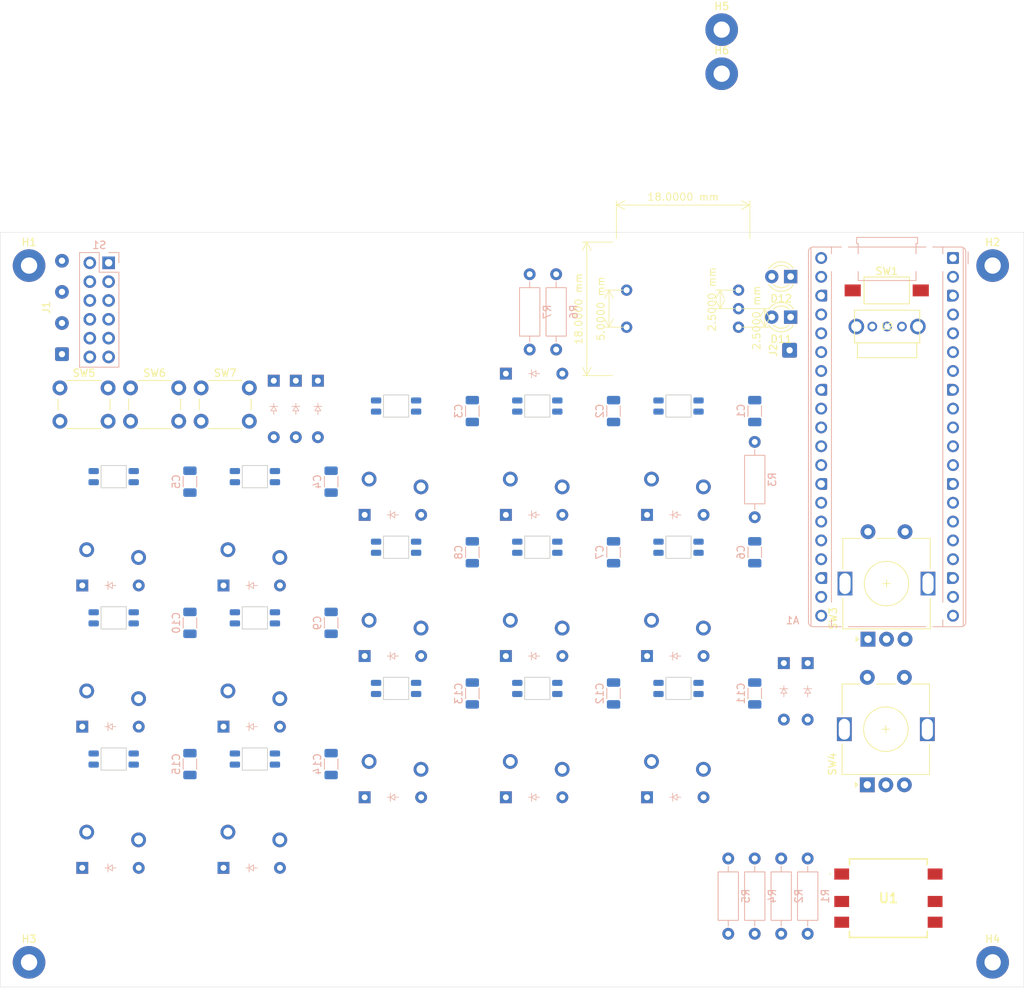
<source format=kicad_pcb>
(kicad_pcb (version 20241229) (generator "pcbnew") (generator_version "9.0")
  (layers (0 "F.Cu" signal) (2 "B.Cu" signal) (13 "F.Paste" user) (15 "B.Paste" user) (5 "F.SilkS" user "F.Silkscreen") (7 "B.SilkS" user "B.Silkscreen") (1 "F.Mask" user) (3 "B.Mask" user) (25 "Edge.Cuts" user))
  (net 0 "")
  (net 1 "SCR A")
  (net 2 "+5V")
  (net 3 "COL1")
  (net 4 "ROW0")
  (net 5 "B1")
  (net 6 "SCL")
  (net 7 "ENC SW")
  (net 8 "COL3")
  (net 9 "SDA")
  (net 10 "BUTTONS")
  (net 11 "A1")
  (net 13 "COL0")
  (net 14 "SCR B")
  (net 15 "COL2")
  (net 16 "A2")
  (net 17 "5-WAY NAV")
  (net 18 "BACKLIGHT")
  (net 19 "B2")
  (net 20 "Net-(A1-RUN)")
  (net 21 "COL4")
  (net 22 "Net-(D4-DIN)")
  (net 23 "DP4T 1")
  (net 24 "DP4T 2")
  (net 25 "LED 2")
  (net 26 "LED 1")
  (net 27 "Net-(D1-DOUT)")
  (net 28 "Net-(D1-DIN)")
  (net 29 "Net-(D2-DOUT)")
  (net 30 "Net-(D6-DOUT)")
  (net 31 "Net-(D3-DOUT)")
  (net 32 "+3.3V")
  (net 33 "Net-(D4-DOUT)")
  (net 34 "Net-(D10-DIN)")
  (net 35 "Net-(D7-DOUT)")
  (net 36 "Net-(D13-DIN)")
  (net 37 "Net-(D16-DOUT)")
  (net 38 "Net-(D10-DOUT)")
  (net 39 "Net-(D13-DOUT)")
  (net 40 "Net-(U1-NO_1)")
  (net 41 "Net-(U1-NO_2)")
  (net 42 "Net-(U1-NO_4)")
  (net 43 "Net-(U1-CENTER)")
  (net 47 "Net-(D11-A)")
  (net 48 "Net-(D12-A)")
  (net 49 "Net-(D14-DOUT)")
  (net 50 "Net-(D15-DOUT)")
  (net 51 "Net-(D18-A)")
  (net 52 "Net-(D20-A)")
  (net 53 "Net-(D21-A)")
  (net 54 "Net-(D22-A)")
  (net 55 "Net-(D23-A)")
  (net 56 "Net-(D25-A)")
  (net 57 "Net-(D26-A)")
  (net 58 "Net-(D27-A)")
  (net 59 "Net-(D28-A)")
  (net 60 "Net-(D24-A)")
  (net 61 "Net-(D29-A)")
  (net 62 "Net-(D30-A)")
  (net 63 "Net-(D31-A)")
  (net 64 "Net-(D32-A)")
  (net 65 "Net-(D19-A)")
  (net 71 "GND")
  (net 72 "ROW2")
  (net 73 "ROW1")
  (net 75 "Net-(J2-Pin_1)")
  (net 77 "Net-(D36-A)")
  (net 84 "Net-(D33-A)")
  (net 85 "Net-(D34-A)")
  (net 86 "Net-(D35-A)")
  (net 87 "Net-(D37-A)")
  (net 89 "Net-(D38-A)")
  (footprint "MountingHole:MountingHole_2.2mm_M2_Pad" (layer "F.Cu") (at 116.409482 146.094678)
    (property "Reference" "H3" (at 0 -3.15 0) (layer "F.SilkS"))
    (property "Value" "Pad")
    (pad "1" thru_hole circle (at 0 0) (size 4.4 4.4) (drill 2.2) (layers "*.Cu" "*.Mask"))
  )
  (footprint "Button_Switch_THT:SW_PUSH_6mm" (layer "F.Cu") (at 130.100112 68.592247)
    (property "Reference" "SW6" (at 3.25 -2 0) (layer "F.SilkS"))
    (property "Value" "Soft_Push")
    (pad "1" thru_hole circle (at 0 0 90) (size 2 2) (drill 1.1) (layers "*.Cu" "*.Mask") (net 72 "ROW2"))
    (pad "1" thru_hole circle (at 6.5 0 90) (size 2 2) (drill 1.1) (layers "*.Cu" "*.Mask") (net 72 "ROW2"))
    (pad "2" thru_hole circle (at 0 4.5 90) (size 2 2) (drill 1.1) (layers "*.Cu" "*.Mask") (net 87 "Net-(D37-A)"))
    (pad "2" thru_hole circle (at 6.5 4.5 90) (size 2 2) (drill 1.1) (layers "*.Cu" "*.Mask") (net 87 "Net-(D37-A)"))
  )
  (footprint "Button_Switch_THT:SW_PUSH_6mm" (layer "F.Cu") (at 139.62512 68.592247)
    (property "Reference" "SW7" (at 3.25 -2 0) (layer "F.SilkS"))
    (property "Value" "Soft_Push")
    (pad "1" thru_hole circle (at 0 0 90) (size 2 2) (drill 1.1) (layers "*.Cu" "*.Mask") (net 72 "ROW2"))
    (pad "1" thru_hole circle (at 6.5 0 90) (size 2 2) (drill 1.1) (layers "*.Cu" "*.Mask") (net 72 "ROW2"))
    (pad "2" thru_hole circle (at 0 4.5 90) (size 2 2) (drill 1.1) (layers "*.Cu" "*.Mask") (net 89 "Net-(D38-A)"))
    (pad "2" thru_hole circle (at 6.5 4.5 90) (size 2 2) (drill 1.1) (layers "*.Cu" "*.Mask") (net 89 "Net-(D38-A)"))
  )
  (footprint "macropad_components:SW_KS33_1u" (layer "F.Cu") (at 185.7375 76.2)
    (property "Reference" "MX2" (hide yes))
    (property "Value" "KS33_SW_solder")
    (pad "" np_thru_hole circle (at 0 0 180) (size 5.25 5.25) (drill 5.25) (layers "*.Cu" "*.Mask"))
    (pad "1" thru_hole circle (at -4.4 4.7 180) (size 2 2) (drill 1.2) (layers "*.Cu" "B.Mask") (net 3 "COL1"))
    (pad "2" thru_hole circle (at 2.6 5.75 180) (size 2 2) (drill 1.2) (layers "*.Cu" "B.Mask") (net 65 "Net-(D19-A)"))
  )
  (footprint "macropad_components:MUAS90R" (layer "F.Cu") (at 232.345138 137.435119)
    (property "Reference" "U1" (at 0 0 0) (layer "F.SilkS") (effects (font (size 1.27 1.27) (thickness 0.254))))
    (property "Value" "5-Way Nav" (hide yes))
    (pad "" np_thru_hole circle (at -2.25 2.25) (size 1 1) (drill 1) (layers "*.Cu" "*.Mask"))
    (pad "" np_thru_hole circle (at 2.25 2.25) (size 1 1) (drill 1) (layers "*.Cu" "*.Mask"))
    (pad "A1" smd rect (at -6.3 -3.25 90) (size 1.5 2) (layers "F.Cu" "F.Mask" "F.Paste") (net 40 "Net-(U1-NO_1)"))
    (pad "B1" smd rect (at -6.3 0.45 90) (size 1.5 2) (layers "F.Cu" "F.Mask" "F.Paste") (net 41 "Net-(U1-NO_2)"))
    (pad "C1" smd rect (at -6.3 3.25 90) (size 1.5 2) (layers "F.Cu" "F.Mask" "F.Paste") (net 17 "5-WAY NAV"))
    (pad "D1" smd rect (at 6.3 3.25 90) (size 1.5 2) (layers "F.Cu" "F.Mask" "F.Paste") (net 71 "GND"))
    (pad "E1" smd rect (at 6.3 0.45 90) (size 1.5 2) (layers "F.Cu" "F.Mask" "F.Paste") (net 42 "Net-(U1-NO_4)"))
    (pad "F1" smd rect (at 6.3 -3.25 90) (size 1.5 2) (layers "F.Cu" "F.Mask" "F.Paste") (net 43 "Net-(U1-CENTER)"))
  )
  (footprint "MountingHole:MountingHole_2.2mm_M2_Pad" (layer "F.Cu") (at 246.409482 146.094678)
    (property "Reference" "H4" (at 0 -3.15 0) (layer "F.SilkS"))
    (property "Value" "Pad")
    (pad "1" thru_hole circle (at 0 0) (size 4.4 4.4) (drill 2.2) (layers "*.Cu" "*.Mask"))
  )
  (footprint "macropad_components:SW_KS33_1u" (layer "F.Cu") (at 185.7375 95.25)
    (property "Reference" "MX7" (hide yes))
    (property "Value" "KS33_SW_solder")
    (pad "" np_thru_hole circle (at 0 0 180) (size 5.25 5.25) (drill 5.25) (layers "*.Cu" "*.Mask"))
    (pad "1" thru_hole circle (at -4.4 4.7 180) (size 2 2) (drill 1.2) (layers "*.Cu" "B.Mask") (net 3 "COL1"))
    (pad "2" thru_hole circle (at 2.6 5.75 180) (size 2 2) (drill 1.2) (layers "*.Cu" "B.Mask") (net 56 "Net-(D25-A)"))
  )
  (footprint "macropad_components:SW_KS33_1u" (layer "F.Cu") (at 147.6375 123.825)
    (property "Reference" "MX14" (hide yes))
    (property "Value" "KS33_SW_solder")
    (pad "" np_thru_hole circle (at 0 0 180) (size 5.25 5.25) (drill 5.25) (layers "*.Cu" "*.Mask"))
    (pad "1" thru_hole circle (at -4.4 4.7 180) (size 2 2) (drill 1.2) (layers "*.Cu" "B.Mask") (net 8 "COL3"))
    (pad "2" thru_hole circle (at 2.6 5.75 180) (size 2 2) (drill 1.2) (layers "*.Cu" "B.Mask") (net 84 "Net-(D33-A)"))
  )
  (footprint "MountingHole:MountingHole_2.2mm_M2_Pad" (layer "F.Cu") (at 246.409482 52.094678)
    (property "Reference" "H2" (at 0 -3.15 0) (layer "F.SilkS"))
    (property "Value" "Pad")
    (pad "1" thru_hole circle (at 0 0) (size 4.4 4.4) (drill 2.2) (layers "*.Cu" "*.Mask"))
  )
  (footprint "MountingHole:MountingHole_2.2mm_M2_Pad" (layer "F.Cu") (at 116.409482 52.094678)
    (property "Reference" "H1" (at 0 -3.15 0) (layer "F.SilkS"))
    (property "Value" "Pad")
    (pad "1" thru_hole circle (at 0 0) (size 4.4 4.4) (drill 2.2) (layers "*.Cu" "*.Mask"))
  )
  (footprint "macropad_components:SK12D07VG4" (layer "F.Cu") (at 232.17207 60.317239)
    (property "Reference" "U2" (at 0 0 0) (layer "F.SilkS") (effects (font (size 0.787402 0.787402))))
    (property "Value" "ON/OFF")
    (pad "1" thru_hole circle (at -2 0) (size 1.308 1.308) (drill 0.8) (layers "*.Cu" "*.Mask"))
    (pad "2" thru_hole circle (at 2 0) (size 1.308 1.308) (drill 0.8) (layers "*.Cu" "*.Mask") (net 2 "+5V"))
    (pad "COM" thru_hole circle (at 0 0) (size 1.308 1.308) (drill 0.8) (layers "*.Cu" "*.Mask") (net 75 "Net-(J2-Pin_1)"))
    (pad "M1" thru_hole circle (at -4.15 0) (size 2.1 2.1) (drill 1.4) (layers "*.Cu" "*.Mask"))
    (pad "M2" thru_hole circle (at 4.15 0) (size 2.1 2.1) (drill 1.4) (layers "*.Cu" "*.Mask"))
  )
  (footprint "MountingHole:MountingHole_2.2mm_M2_Pad" (layer "F.Cu") (at 209.856537 26.212412)
    (property "Reference" "H6" (at 0 -3.15 0) (layer "F.SilkS"))
    (property "Value" "Pad")
    (pad "1" thru_hole circle (at 0 0) (size 4.4 4.4) (drill 2.2) (layers "*.Cu" "*.Mask"))
  )
  (footprint "macropad_components:SW_KS33_1u" (layer "F.Cu") (at 204.7875 76.200064)
    (property "Reference" "MX1" (hide yes))
    (property "Value" "KS33_SW_solder")
    (pad "" np_thru_hole circle (at 0 0 180) (size 5.25 5.25) (drill 5.25) (layers "*.Cu" "*.Mask"))
    (pad "1" thru_hole circle (at -4.4 4.7 180) (size 2 2) (drill 1.2) (layers "*.Cu" "B.Mask") (net 13 "COL0"))
    (pad "2" thru_hole circle (at 2.6 5.75 180) (size 2 2) (drill 1.2) (layers "*.Cu" "B.Mask") (net 51 "Net-(D18-A)"))
  )
  (footprint "macropad_components:SW_KS33_1u" (layer "F.Cu") (at 185.7375 114.3)
    (property "Reference" "MX12" (hide yes))
    (property "Value" "KS33_SW_solder")
    (pad "" np_thru_hole circle (at 0 0 180) (size 5.25 5.25) (drill 5.25) (layers "*.Cu" "*.Mask"))
    (pad "1" thru_hole circle (at -4.4 4.7 180) (size 2 2) (drill 1.2) (layers "*.Cu" "B.Mask") (net 3 "COL1"))
    (pad "2" thru_hole circle (at 2.6 5.75 180) (size 2 2) (drill 1.2) (layers "*.Cu" "B.Mask") (net 63 "Net-(D31-A)"))
  )
  (footprint "Rotary_Encoder:RotaryEncoder_Alps_EC11E-Switch_Vertical_H20mm" (layer "F.Cu") (at 229.5 122.145409 90)
    (property "Reference" "SW4" (at 2.8 -4.7 90) (layer "F.SilkS"))
    (property "Value" "RotaryEncoder_Switch")
    (pad "A" thru_hole rect (at 0 0 90) (size 2 2) (drill 1) (layers "*.Cu" "*.Mask") (net 16 "A2"))
    (pad "B" thru_hole circle (at 0 5 90) (size 2 2) (drill 1) (layers "*.Cu" "*.Mask") (net 19 "B2"))
    (pad "C" thru_hole circle (at 0 2.5 90) (size 2 2) (drill 1) (layers "*.Cu" "*.Mask") (net 71 "GND"))
    (pad "MP" thru_hole rect (at 7.5 -3.1 90) (size 3.2 2) (drill oval 2.8 1.5) (layers "*.Cu" "*.Mask"))
    (pad "MP" thru_hole rect (at 7.5 8.1 90) (size 3.2 2) (drill oval 2.8 1.5) (layers "*.Cu" "*.Mask"))
    (pad "S1" thru_hole circle (at 14.5 5 90) (size 2 2) (drill 1) (layers "*.Cu" "*.Mask") (net 7 "ENC SW"))
    (pad "S2" thru_hole circle (at 14.5 0 90) (size 2 2) (drill 1) (layers "*.Cu" "*.Mask") (net 86 "Net-(D35-A)"))
  )
  (footprint "macropad_components:SW_KS33_1u" (layer "F.Cu") (at 128.5875 104.775)
    (property "Reference" "MX10" (hide yes))
    (property "Value" "KS33_SW_solder")
    (pad "" np_thru_hole circle (at 0 0 180) (size 5.25 5.25) (drill 5.25) (layers "*.Cu" "*.Mask"))
    (pad "1" thru_hole circle (at -4.4 4.7 180) (size 2 2) (drill 1.2) (layers "*.Cu" "B.Mask") (net 21 "COL4"))
    (pad "2" thru_hole circle (at 2.6 5.75 180) (size 2 2) (drill 1.2) (layers "*.Cu" "B.Mask") (net 59 "Net-(D28-A)"))
  )
  (footprint "macropad_components:SW_KS33_1u" (layer "F.Cu") (at 166.6875 95.25)
    (property "Reference" "MX8" (hide yes))
    (property "Value" "KS33_SW_solder")
    (pad "" np_thru_hole circle (at 0 0 180) (size 5.25 5.25) (drill 5.25) (layers "*.Cu" "*.Mask"))
    (pad "1" thru_hole circle (at -4.4 4.7 180) (size 2 2) (drill 1.2) (layers "*.Cu" "B.Mask") (net 15 "COL2"))
    (pad "2" thru_hole circle (at 2.6 5.75 180) (size 2 2) (drill 1.2) (layers "*.Cu" "B.Mask") (net 57 "Net-(D26-A)"))
  )
  (footprint "Rotary_Encoder:RotaryEncoder_Alps_EC11E-Switch_Vertical_H20mm" (layer "F.Cu") (at 229.592144 102.50008 90)
    (property "Reference" "SW3" (at 2.8 -4.7 90) (layer "F.SilkS"))
    (property "Value" "RotaryEncoder_Switch")
    (pad "A" thru_hole rect (at 0 0 90) (size 2 2) (drill 1) (layers "*.Cu" "*.Mask") (net 11 "A1"))
    (pad "B" thru_hole circle (at 0 5 90) (size 2 2) (drill 1) (layers "*.Cu" "*.Mask") (net 5 "B1"))
    (pad "C" thru_hole circle (at 0 2.5 90) (size 2 2) (drill 1) (layers "*.Cu" "*.Mask") (net 71 "GND"))
    (pad "MP" thru_hole rect (at 7.5 -3.1 90) (size 3.2 2) (drill oval 2.8 1.5) (layers "*.Cu" "*.Mask"))
    (pad "MP" thru_hole rect (at 7.5 8.1 90) (size 3.2 2) (drill oval 2.8 1.5) (layers "*.Cu" "*.Mask"))
    (pad "S1" thru_hole circle (at 14.5 5 90) (size 2 2) (drill 1) (layers "*.Cu" "*.Mask") (net 7 "ENC SW"))
    (pad "S2" thru_hole circle (at 14.5 0 90) (size 2 2) (drill 1) (layers "*.Cu" "*.Mask") (net 61 "Net-(D29-A)"))
  )
  (footprint "macropad_components:SW_KS33_1u" (layer "F.Cu") (at 204.7875 95.25)
    (property "Reference" "MX6" (hide yes))
    (property "Value" "KS33_SW_solder")
    (pad "" np_thru_hole circle (at 0 0 180) (size 5.25 5.25) (drill 5.25) (layers "*.Cu" "*.Mask"))
    (pad "1" thru_hole circle (at -4.4 4.7 180) (size 2 2) (drill 1.2) (layers "*.Cu" "B.Mask") (net 13 "COL0"))
    (pad "2" thru_hole circle (at 2.6 5.75 180) (size 2 2) (drill 1.2) (layers "*.Cu" "B.Mask") (net 60 "Net-(D24-A)"))
  )
  (footprint "Connector_Wire:SolderWire-0.25sqmm_1x04_P4.2mm_D0.65mm_OD1.7mm" (layer "F.Cu") (at 120.848539 64.045361 90)
    (property "Reference" "J1" (at 6.3 -2.12 90) (layer "F.SilkS"))
    (property "Value" "OLED_128x32")
    (pad "1" thru_hole roundrect (at 0 0 90) (size 1.85 1.85) (drill 0.85) (layers "*.Cu" "*.Mask") (roundrect_rratio 0.135135) (net 71 "GND"))
    (pad "2" thru_hole circle (at 4.2 0 90) (size 1.85 1.85) (drill 0.85) (layers "*.Cu" "*.Mask") (net 32 "+3.3V"))
    (pad "3" thru_hole circle (at 8.4 0 90) (size 1.85 1.85) (drill 0.85) (layers "*.Cu" "*.Mask") (net 6 "SCL"))
    (pad "4" thru_hole circle (at 12.6 0 90) (size 1.85 1.85) (drill 0.85) (layers "*.Cu" "*.Mask") (net 9 "SDA"))
  )
  (footprint "macropad_components:CKW12" (layer "F.Cu") (at 204.652316 57.933724 90)
    (property "Reference" "SW2" (hide yes))
    (property "Value" "RotaryEncoder_Switch" (hide yes))
    (pad "1" thru_hole circle (at 2.525 -7.625 90) (size 1.524 1.524) (drill oval 0.82 0.8128) (layers "*.Cu" "*.Mask") (net 7 "ENC SW"))
    (pad "2" thru_hole circle (at -2.475 -7.625 90) (size 1.524 1.524) (drill oval 0.82 0.8128) (layers "*.Cu" "*.Mask") (net 55 "Net-(D23-A)"))
    (pad "A" thru_hole circle (at -2.475 7.475 90) (size 1.524 1.524) (drill oval 0.82 0.8128) (layers "*.Cu" "*.Mask") (net 1 "SCR A"))
    (pad "B" thru_hole circle (at 2.525 7.475 90) (size 1.524 1.524) (drill oval 0.82 0.8128) (layers "*.Cu" "*.Mask") (net 14 "SCR B"))
    (pad "C" thru_hole circle (at 0.025 7.475 90) (size 1.524 1.524) (drill oval 0.82 0.8128) (layers "*.Cu" "*.Mask") (net 71 "GND"))
  )
  (footprint "Connector_Wire:SolderWire-0.25sqmm_1x01_D0.65mm_OD2mm" (layer "F.Cu") (at 219.018899 63.519759 90)
    (property "Reference" "J2" (at 0 -2.2 90) (layer "F.SilkS"))
    (property "Value" "4P4C")
    (pad "1" thru_hole roundrect (at 0 0 90) (size 2 2) (drill 0.85) (layers "*.Cu" "*.Mask") (roundrect_rratio 0.125) (net 75 "Net-(J2-Pin_1)"))
  )
  (footprint "Button_Switch_SMD:SW_SPST_FSMSM" (layer "F.Cu") (at 232.121465 55.443322)
    (property "Reference" "SW1" (at 0 -2.6 0) (layer "F.SilkS"))
    (property "Value" "RESET_Push")
    (pad "1" smd rect (at -4.59 0) (size 2.18 1.6) (layers "F.Cu" "F.Mask" "F.Paste") (net 71 "GND"))
    (pad "2" smd rect (at 4.59 0) (size 2.18 1.6) (layers "F.Cu" "F.Mask" "F.Paste") (net 20 "Net-(A1-RUN)"))
  )
  (footprint "macropad_components:SW_KS33_1u" (layer "F.Cu") (at 128.5875 123.825)
    (property "Reference" "MX15" (hide yes))
    (property "Value" "KS33_SW_solder")
    (pad "" np_thru_hole circle (at 0 0 180) (size 5.25 5.25) (drill 5.25) (layers "*.Cu" "*.Mask"))
    (pad "1" thru_hole circle (at -4.4 4.7 180) (size 2 2) (drill 1.2) (layers "*.Cu" "B.Mask") (net 21 "COL4"))
    (pad "2" thru_hole circle (at 2.6 5.75 180) (size 2 2) (drill 1.2) (layers "*.Cu" "B.Mask") (net 85 "Net-(D34-A)"))
  )
  (footprint "macropad_components:SW_KS33_1u" (layer "F.Cu") (at 204.7875 114.3)
    (property "Reference" "MX11" (hide yes))
    (property "Value" "KS33_SW_solder")
    (pad "" np_thru_hole circle (at 0 0 180) (size 5.25 5.25) (drill 5.25) (layers "*.Cu" "*.Mask"))
    (pad "1" thru_hole circle (at -4.4 4.7 180) (size 2 2) (drill 1.2) (layers "*.Cu" "B.Mask") (net 13 "COL0"))
    (pad "2" thru_hole circle (at 2.6 5.75 180) (size 2 2) (drill 1.2) (layers "*.Cu" "B.Mask") (net 62 "Net-(D30-A)"))
  )
  (footprint "macropad_components:SW_KS33_1u" (layer "F.Cu") (at 147.6375 85.725)
    (property "Reference" "MX4" (hide yes))
    (property "Value" "KS33_SW_solder")
    (pad "" np_thru_hole circle (at 0 0 180) (size 5.25 5.25) (drill 5.25) (layers "*.Cu" "*.Mask"))
    (pad "1" thru_hole circle (at -4.4 4.7 180) (size 2 2) (drill 1.2) (layers "*.Cu" "B.Mask") (net 8 "COL3"))
    (pad "2" thru_hole circle (at 2.6 5.75 180) (size 2 2) (drill 1.2) (layers "*.Cu" "B.Mask") (net 53 "Net-(D21-A)"))
  )
  (footprint "LED_THT:LED_D3.0mm" (layer "F.Cu") (at 219.154558 53.57817 180)
    (property "Reference" "D12" (at 1.27 -2.96 0) (layer "F.SilkS"))
    (property "Value" "LED")
    (pad "1" thru_hole rect (at 0 0 180) (size 1.8 1.8) (drill 0.9) (layers "*.Cu" "*.Mask") (net 71 "GND"))
    (pad "2" thru_hole circle (at 2.54 0 180) (size 1.8 1.8) (drill 0.9) (layers "*.Cu" "*.Mask") (net 48 "Net-(D12-A)"))
  )
  (footprint "macropad_components:SW_KS33_1u" (layer "F.Cu") (at 147.6375 104.775)
    (property "Reference" "MX9" (hide yes))
    (property "Value" "KS33_SW_solder")
    (pad "" np_thru_hole circle (at 0 0 180) (size 5.25 5.25) (drill 5.25) (layers "*.Cu" "*.Mask"))
    (pad "1" thru_hole circle (at -4.4 4.7 180) (size 2 2) (drill 1.2) (layers "*.Cu" "B.Mask") (net 8 "COL3"))
    (pad "2" thru_hole circle (at 2.6 5.75 180) (size 2 2) (drill 1.2) (layers "*.Cu" "B.Mask") (net 58 "Net-(D27-A)"))
  )
  (footprint "macropad_components:SW_KS33_1u" (layer "F.Cu") (at 166.6875 76.2)
    (property "Reference" "MX3" (hide yes))
    (property "Value" "KS33_SW_solder")
    (pad "" np_thru_hole circle (at 0 0 180) (size 5.25 5.25) (drill 5.25) (layers "*.Cu" "*.Mask"))
    (pad "1" thru_hole circle (at -4.4 4.7 180) (size 2 2) (drill 1.2) (layers "*.Cu" "B.Mask") (net 15 "COL2"))
    (pad "2" thru_hole circle (at 2.6 5.75 180) (size 2 2) (drill 1.2) (layers "*.Cu" "B.Mask") (net 52 "Net-(D20-A)"))
  )
  (footprint "Button_Switch_THT:SW_PUSH_6mm" (layer "F.Cu") (at 120.575104 68.592247)
    (property "Reference" "SW5" (at 3.25 -2 0) (layer "F.SilkS"))
    (property "Value" "Soft_Push")
    (pad "1" thru_hole circle (at 0 0 90) (size 2 2) (drill 1.1) (layers "*.Cu" "*.Mask") (net 72 "ROW2"))
    (pad "1" thru_hole circle (at 6.5 0 90) (size 2 2) (drill 1.1) (layers "*.Cu" "*.Mask") (net 72 "ROW2"))
    (pad "2" thru_hole circle (at 0 4.5 90) (size 2 2) (drill 1.1) (layers "*.Cu" "*.Mask") (net 77 "Net-(D36-A)"))
    (pad "2" thru_hole circle (at 6.5 4.5 90) (size 2 2) (drill 1.1) (layers "*.Cu" "*.Mask") (net 77 "Net-(D36-A)"))
  )
  (footprint "MountingHole:MountingHole_2.2mm_M2_Pad" (layer "F.Cu") (at 209.856537 20.262412)
    (property "Reference" "H5" (at 0 -3.15 0) (layer "F.SilkS"))
    (property "Value" "Pad")
    (pad "1" thru_hole circle (at 0 0) (size 4.4 4.4) (drill 2.2) (layers "*.Cu" "*.Mask"))
  )
  (footprint "macropad_components:SW_KS33_1u" (layer "F.Cu") (at 166.6875 114.3)
    (property "Reference" "MX13" (hide yes))
    (property "Value" "KS33_SW_solder")
    (pad "" np_thru_hole circle (at 0 0 180) (size 5.25 5.25) (drill 5.25) (layers "*.Cu" "*.Mask"))
    (pad "1" thru_hole circle (at -4.4 4.7 180) (size 2 2) (drill 1.2) (layers "*.Cu" "B.Mask") (net 15 "COL2"))
    (pad "2" thru_hole circle (at 2.6 5.75 180) (size 2 2) (drill 1.2) (layers "*.Cu" "B.Mask") (net 64 "Net-(D32-A)"))
  )
  (footprint "macropad_components:SW_KS33_1u" (layer "F.Cu") (at 128.5875 85.725)
    (property "Reference" "MX5" (hide yes))
    (property "Value" "KS33_SW_solder")
    (pad "" np_thru_hole circle (at 0 0 180) (size 5.25 5.25) (drill 5.25) (layers "*.Cu" "*.Mask"))
    (pad "1" thru_hole circle (at -4.4 4.7 180) (size 2 2) (drill 1.2) (layers "*.Cu" "B.Mask") (net 21 "COL4"))
    (pad "2" thru_hole circle (at 2.6 5.75 180) (size 2 2) (drill 1.2) (layers "*.Cu" "B.Mask") (net 54 "Net-(D22-A)"))
  )
  (footprint "LED_THT:LED_D3.0mm" (layer "F.Cu") (at 219.154558 59.04817 180)
    (property "Reference" "D11" (at 1.27 -2.96 0) (layer "F.SilkS"))
    (property "Value" "LED")
    (pad "1" thru_hole rect (at 0 0 180) (size 1.8 1.8) (drill 0.9) (layers "*.Cu" "*.Mask") (net 71 "GND"))
    (pad "2" thru_hole circle (at 2.54 0 180) (size 1.8 1.8) (drill 0.9) (layers "*.Cu" "*.Mask") (net 47 "Net-(D11-A)"))
  )
  (footprint "macropad_components:LED_SK6812MINI" (layer "B.Cu") (at 127.82745 118.668057 180)
    (property "Reference" "D17" (hide yes))
    (property "Value" "LED_SK6812MINI" (hide yes))
    (fp_line (start 1.7 1.5) (end -1.7 1.5) (stroke (width 0.12)) (layer "Edge.Cuts"))
    (fp_line (start 1.7 -1.5) (end 1.7 1.5) (stroke (width 0.12)) (layer "Edge.Cuts"))
    (fp_line (start -1.7 1.5) (end -1.7 -1.5) (stroke (width 0.12)) (layer "Edge.Cuts"))
    (fp_line (start -1.7 -1.5) (end 1.7 -1.5) (stroke (width 0.12)) (layer "Edge.Cuts"))
    (pad "1" smd roundrect (at 2.7 0.75 180) (size 1.4 0.82) (layers "B.Cu" "B.Mask" "B.Paste") (net 2 "+5V"))
    (pad "2" smd roundrect (at 2.7 -0.75 180) (size 1.4 0.82) (layers "B.Cu" "B.Mask" "B.Paste"))
    (pad "3" smd roundrect (at -2.7 -0.75 180) (size 1.4 0.82) (layers "B.Cu" "B.Mask" "B.Paste") (net 71 "GND"))
    (pad "4" smd roundrect (at -2.7 0.75 180) (size 1.4 0.82) (layers "B.Cu" "B.Mask" "B.Paste") (net 38 "Net-(D10-DOUT)"))
  )
  (footprint "Resistor_THT:R_Axial_DIN0207_L6.3mm_D2.5mm_P10.16mm_Horizontal" (layer "B.Cu") (at 183.951717 63.420674 90)
    (property "Reference" "R7" (at 5.08 2.37 90) (layer "B.SilkS") (effects (justify mirror)))
    (property "Value" "330")
    (pad "1" thru_hole circle (at 0 0 90) (size 1.6 1.6) (drill 0.8) (layers "*.Cu" "*.Mask") (net 25 "LED 2"))
    (pad "2" thru_hole circle (at 10.16 0 90) (size 1.6 1.6) (drill 0.8) (layers "*.Cu" "*.Mask") (net 48 "Net-(D12-A)"))
  )
  (footprint "macropad_components:LED_SK6812MINI" (layer "B.Cu") (at 146.87745 80.568057 180)
    (property "Reference" "D4" (hide yes))
    (property "Value" "LED_SK6812MINI" (hide yes))
    (fp_line (start 1.7 1.5) (end -1.7 1.5) (stroke (width 0.12)) (layer "Edge.Cuts"))
    (fp_line (start 1.7 -1.5) (end 1.7 1.5) (stroke (width 0.12)) (layer "Edge.Cuts"))
    (fp_line (start -1.7 1.5) (end -1.7 -1.5) (stroke (width 0.12)) (layer "Edge.Cuts"))
    (fp_line (start -1.7 -1.5) (end 1.7 -1.5) (stroke (width 0.12)) (layer "Edge.Cuts"))
    (pad "1" smd roundrect (at 2.7 0.75 180) (size 1.4 0.82) (layers "B.Cu" "B.Mask" "B.Paste") (net 2 "+5V"))
    (pad "2" smd roundrect (at 2.7 -0.75 180) (size 1.4 0.82) (layers "B.Cu" "B.Mask" "B.Paste") (net 33 "Net-(D4-DOUT)"))
    (pad "3" smd roundrect (at -2.7 -0.75 180) (size 1.4 0.82) (layers "B.Cu" "B.Mask" "B.Paste") (net 71 "GND"))
    (pad "4" smd roundrect (at -2.7 0.75 180) (size 1.4 0.82) (layers "B.Cu" "B.Mask" "B.Paste") (net 22 "Net-(D4-DIN)"))
  )
  (footprint "macropad_components:LED_SK6812MINI" (layer "B.Cu") (at 184.97745 71.043057 180)
    (property "Reference" "D2" (hide yes))
    (property "Value" "LED_SK6812MINI" (hide yes))
    (fp_line (start 1.7 1.5) (end -1.7 1.5) (stroke (width 0.12)) (layer "Edge.Cuts"))
    (fp_line (start 1.7 -1.5) (end 1.7 1.5) (stroke (width 0.12)) (layer "Edge.Cuts"))
    (fp_line (start -1.7 1.5) (end -1.7 -1.5) (stroke (width 0.12)) (layer "Edge.Cuts"))
    (fp_line (start -1.7 -1.5) (end 1.7 -1.5) (stroke (width 0.12)) (layer "Edge.Cuts"))
    (pad "1" smd roundrect (at 2.7 0.75 180) (size 1.4 0.82) (layers "B.Cu" "B.Mask" "B.Paste") (net 2 "+5V"))
    (pad "2" smd roundrect (at 2.7 -0.75 180) (size 1.4 0.82) (layers "B.Cu" "B.Mask" "B.Paste") (net 29 "Net-(D2-DOUT)"))
    (pad "3" smd roundrect (at -2.7 -0.75 180) (size 1.4 0.82) (layers "B.Cu" "B.Mask" "B.Paste") (net 71 "GND"))
    (pad "4" smd roundrect (at -2.7 0.75 180) (size 1.4 0.82) (layers "B.Cu" "B.Mask" "B.Paste") (net 27 "Net-(D1-DOUT)"))
  )
  (footprint "macropad_components:Diode_DO-35" (layer "B.Cu") (at 149.423563 67.62756 -90)
    (property "Reference" "D38" (hide yes))
    (property "Value" "1N4148" (hide yes))
    (pad "1" thru_hole rect (at 0 0 270) (size 1.6 1.6) (drill 0.8) (layers "*.Cu" "*.Mask") (net 10 "BUTTONS"))
    (pad "2" thru_hole oval (at 7.62 0 270) (size 1.6 1.6) (drill 0.8) (layers "*.Cu" "*.Mask") (net 89 "Net-(D38-A)"))
  )
  (footprint "Capacitor_SMD:C_1206_3216Metric" (layer "B.Cu") (at 195.26268 90.771934 -90)
    (property "Reference" "C7" (at 0 1.85 90) (layer "B.SilkS") (effects (justify mirror)))
    (property "Value" "0.1uf")
    (pad "1" smd roundrect (at -1.475 0 270) (size 1.15 1.8) (layers "B.Cu" "B.Mask" "B.Paste") (roundrect_rratio 0.217391) (net 2 "+5V"))
    (pad "2" smd roundrect (at 1.475 0 270) (size 1.15 1.8) (layers "B.Cu" "B.Mask" "B.Paste") (roundrect_rratio 0.217391) (net 71 "GND"))
  )
  (footprint "Connector_PinHeader_2.54mm:PinHeader_2x06_P2.54mm_Vertical" (layer "B.Cu") (at 127.147576 51.721534 180)
    (property "Reference" "S1" (at 1.27 2.38 0) (layer "B.SilkS") (effects (justify mirror)))
    (property "Value" "DP4T Slide Switch")
    (pad "1" thru_hole rect (at 0 0 180) (size 1.7 1.7) (drill 1) (layers "*.Cu" "*.Mask"))
    (pad "2" thru_hole circle (at 2.54 0 180) (size 1.7 1.7) (drill 1) (layers "*.Cu" "*.Mask"))
    (pad "3" thru_hole circle (at 0 -2.54 180) (size 1.7 1.7) (drill 1) (layers "*.Cu" "*.Mask") (net 71 "GND"))
    (pad "4" thru_hole circle (at 2.54 -2.54 180) (size 1.7 1.7) (drill 1) (layers "*.Cu" "*.Mask") (net 23 "DP4T 1"))
    (pad "5" thru_hole circle (at 0 -5.08 180) (size 1.7 1.7) (drill 1) (layers "*.Cu" "*.Mask") (net 23 "DP4T 1"))
    (pad "6" thru_hole circle (at 2.54 -5.08 180) (size 1.7 1.7) (drill 1) (layers "*.Cu" "*.Mask"))
    (pad "7" thru_hole circle (at 0 -7.62 180) (size 1.7 1.7) (drill 1) (layers "*.Cu" "*.Mask") (net 24 "DP4T 2"))
    (pad "8" thru_hole circle (at 2.54 -7.62 180) (size 1.7 1.7) (drill 1) (layers "*.Cu" "*.Mask") (net 71 "GND"))
    (pad "9" thru_hole circle (at 0 -10.16 180) (size 1.7 1.7) (drill 1) (layers "*.Cu" "*.Mask") (net 24 "DP4T 2"))
    (pad "10" thru_hole circle (at 2.54 -10.16 180) (size 1.7 1.7) (drill 1) (layers "*.Cu" "*.Mask"))
    (pad "11" thru_hole circle (at 0 -12.7 180) (size 1.7 1.7) (drill 1) (layers "*.Cu" "*.Mask"))
    (pad "12" thru_hole circle (at 2.54 -12.7 180) (size 1.7 1.7) (drill 1) (layers "*.Cu" "*.Mask"))
  )
  (footprint "macropad_components:Diode_DO-35" (layer "B.Cu") (at 218.239173 105.7275 -90)
    (property "Reference" "D29" (hide yes))
    (property "Value" "1N4148" (hide yes))
    (pad "1" thru_hole rect (at 0 0 270) (size 1.6 1.6) (drill 0.8) (layers "*.Cu" "*.Mask") (net 73 "ROW1"))
    (pad "2" thru_hole oval (at 7.62 0 270) (size 1.6 1.6) (drill 0.8) (layers "*.Cu" "*.Mask") (net 61 "Net-(D29-A)"))
  )
  (footprint "macropad_components:Diode_DO-35" (layer "B.Cu") (at 123.586875 133.35)
    (property "Reference" "D34" (hide yes))
    (property "Value" "1N4148" (hide yes))
    (pad "1" thru_hole rect (at 0 0) (size 1.6 1.6) (drill 0.8) (layers "*.Cu" "*.Mask") (net 72 "ROW2"))
    (pad "2" thru_hole oval (at 7.62 0) (size 1.6 1.6) (drill 0.8) (layers "*.Cu" "*.Mask") (net 85 "Net-(D34-A)"))
  )
  (footprint "Capacitor_SMD:C_1206_3216Metric" (layer "B.Cu") (at 214.31268 109.821934 -90)
    (property "Reference" "C11" (at 0 1.85 90) (layer "B.SilkS") (effects (justify mirror)))
    (property "Value" "0.1uf")
    (pad "1" smd roundrect (at -1.475 0 270) (size 1.15 1.8) (layers "B.Cu" "B.Mask" "B.Paste") (roundrect_rratio 0.217391) (net 2 "+5V"))
    (pad "2" smd roundrect (at 1.475 0 270) (size 1.15 1.8) (layers "B.Cu" "B.Mask" "B.Paste") (roundrect_rratio 0.217391) (net 71 "GND"))
  )
  (footprint "macropad_components:Diode_DO-35" (layer "B.Cu") (at 152.400128 67.62756 -90)
    (property "Reference" "D37" (hide yes))
    (property "Value" "1N4148" (hide yes))
    (pad "1" thru_hole rect (at 0 0 270) (size 1.6 1.6) (drill 0.8) (layers "*.Cu" "*.Mask") (net 10 "BUTTONS"))
    (pad "2" thru_hole oval (at 7.62 0 270) (size 1.6 1.6) (drill 0.8) (layers "*.Cu" "*.Mask") (net 87 "Net-(D37-A)"))
  )
  (footprint "macropad_components:LED_SK6812MINI" (layer "B.Cu") (at 127.82745 80.568057 180)
    (property "Reference" "D5" (hide yes))
    (property "Value" "LED_SK6812MINI" (hide yes))
    (fp_line (start 1.7 1.5) (end -1.7 1.5) (stroke (width 0.12)) (layer "Edge.Cuts"))
    (fp_line (start 1.7 -1.5) (end 1.7 1.5) (stroke (width 0.12)) (layer "Edge.Cuts"))
    (fp_line (start -1.7 1.5) (end -1.7 -1.5) (stroke (width 0.12)) (layer "Edge.Cuts"))
    (fp_line (start -1.7 -1.5) (end 1.7 -1.5) (stroke (width 0.12)) (layer "Edge.Cuts"))
    (pad "1" smd roundrect (at 2.7 0.75 180) (size 1.4 0.82) (layers "B.Cu" "B.Mask" "B.Paste") (net 2 "+5V"))
    (pad "2" smd roundrect (at 2.7 -0.75 180) (size 1.4 0.82) (layers "B.Cu" "B.Mask" "B.Paste") (net 34 "Net-(D10-DIN)"))
    (pad "3" smd roundrect (at -2.7 -0.75 180) (size 1.4 0.82) (layers "B.Cu" "B.Mask" "B.Paste") (net 71 "GND"))
    (pad "4" smd roundrect (at -2.7 0.75 180) (size 1.4 0.82) (layers "B.Cu" "B.Mask" "B.Paste") (net 33 "Net-(D4-DOUT)"))
  )
  (footprint "macropad_components:LED_SK6812MINI" (layer "B.Cu") (at 165.92745 71.043057 180)
    (property "Reference" "D3" (hide yes))
    (property "Value" "LED_SK6812MINI" (hide yes))
    (fp_line (start 1.7 1.5) (end -1.7 1.5) (stroke (width 0.12)) (layer "Edge.Cuts"))
    (fp_line (start 1.7 -1.5) (end 1.7 1.5) (stroke (width 0.12)) (layer "Edge.Cuts"))
    (fp_line (start -1.7 1.5) (end -1.7 -1.5) (stroke (width 0.12)) (layer "Edge.Cuts"))
    (fp_line (start -1.7 -1.5) (end 1.7 -1.5) (stroke (width 0.12)) (layer "Edge.Cuts"))
    (pad "1" smd roundrect (at 2.7 0.75 180) (size 1.4 0.82) (layers "B.Cu" "B.Mask" "B.Paste") (net 2 "+5V"))
    (pad "2" smd roundrect (at 2.7 -0.75 180) (size 1.4 0.82) (layers "B.Cu" "B.Mask" "B.Paste") (net 31 "Net-(D3-DOUT)"))
    (pad "3" smd roundrect (at -2.7 -0.75 180) (size 1.4 0.82) (layers "B.Cu" "B.Mask" "B.Paste") (net 71 "GND"))
    (pad "4" smd roundrect (at -2.7 0.75 180) (size 1.4 0.82) (layers "B.Cu" "B.Mask" "B.Paste") (net 29 "Net-(D2-DOUT)"))
  )
  (footprint "Resistor_THT:R_Axial_DIN0207_L6.3mm_D2.5mm_P10.16mm_Horizontal" (layer "B.Cu") (at 214.31268 142.241873 90)
    (property "Reference" "R4" (at 5.08 2.37 90) (layer "B.SilkS") (effects (justify mirror)))
    (property "Value" "5.1k")
    (pad "1" thru_hole circle (at 0 0 90) (size 1.6 1.6) (drill 0.8) (layers "*.Cu" "*.Mask") (net 17 "5-WAY NAV"))
    (pad "2" thru_hole circle (at 10.16 0 90) (size 1.6 1.6) (drill 0.8) (layers "*.Cu" "*.Mask") (net 42 "Net-(U1-NO_4)"))
  )
  (footprint "macropad_components:Diode_DO-35" (layer "B.Cu") (at 199.786875 123.825)
    (property "Reference" "D30" (hide yes))
    (property "Value" "1N4148" (hide yes))
    (pad "1" thru_hole rect (at 0 0) (size 1.6 1.6) (drill 0.8) (layers "*.Cu" "*.Mask") (net 72 "ROW2"))
    (pad "2" thru_hole oval (at 7.62 0) (size 1.6 1.6) (drill 0.8) (layers "*.Cu" "*.Mask") (net 62 "Net-(D30-A)"))
  )
  (footprint "Capacitor_SMD:C_1206_3216Metric" (layer "B.Cu") (at 195.26268 71.721934 -90)
    (property "Reference" "C2" (at 0 1.85 90) (layer "B.SilkS") (effects (justify mirror)))
    (property "Value" "0.1uf")
    (pad "1" smd roundrect (at -1.475 0 270) (size 1.15 1.8) (layers "B.Cu" "B.Mask" "B.Paste") (roundrect_rratio 0.217391) (net 2 "+5V"))
    (pad "2" smd roundrect (at 1.475 0 270) (size 1.15 1.8) (layers "B.Cu" "B.Mask" "B.Paste") (roundrect_rratio 0.217391) (net 71 "GND"))
  )
  (footprint "Resistor_THT:R_Axial_DIN0207_L6.3mm_D2.5mm_P10.16mm_Horizontal" (layer "B.Cu") (at 187.523595 63.420674 90)
    (property "Reference" "R6" (at 5.08 2.37 90) (layer "B.SilkS") (effects (justify mirror)))
    (property "Value" "330Ω")
    (pad "1" thru_hole circle (at 0 0 90) (size 1.6 1.6) (drill 0.8) (layers "*.Cu" "*.Mask") (net 26 "LED 1"))
    (pad "2" thru_hole circle (at 10.16 0 90) (size 1.6 1.6) (drill 0.8) (layers "*.Cu" "*.Mask") (net 47 "Net-(D11-A)"))
  )
  (footprint "macropad_components:Diode_DO-35" (layer "B.Cu") (at 161.686875 104.775)
    (property "Reference" "D26" (hide yes))
    (property "Value" "1N4148" (hide yes))
    (pad "1" thru_hole rect (at 0 0) (size 1.6 1.6) (drill 0.8) (layers "*.Cu" "*.Mask") (net 73 "ROW1"))
    (pad "2" thru_hole oval (at 7.62 0) (size 1.6 1.6) (drill 0.8) (layers "*.Cu" "*.Mask") (net 57 "Net-(D26-A)"))
  )
  (footprint "macropad_components:LED_SK6812MINI" (layer "B.Cu") (at 146.87745 99.618057 180)
    (property "Reference" "D9" (hide yes))
    (property "Value" "LED_SK6812MINI" (hide yes))
    (fp_line (start 1.7 1.5) (end -1.7 1.5) (stroke (width 0.12)) (layer "Edge.Cuts"))
    (fp_line (start 1.7 -1.5) (end 1.7 1.5) (stroke (width 0.12)) (layer "Edge.Cuts"))
    (fp_line (start -1.7 1.5) (end -1.7 -1.5) (stroke (width 0.12)) (layer "Edge.Cuts"))
    (fp_line (start -1.7 -1.5) (end 1.7 -1.5) (stroke (width 0.12)) (layer "Edge.Cuts"))
    (pad "1" smd roundrect (at 2.7 0.75 180) (size 1.4 0.82) (layers "B.Cu" "B.Mask" "B.Paste") (net 2 "+5V"))
    (pad "2" smd roundrect (at 2.7 -0.75 180) (size 1.4 0.82) (layers "B.Cu" "B.Mask" "B.Paste") (net 22 "Net-(D4-DIN)"))
    (pad "3" smd roundrect (at -2.7 -0.75 180) (size 1.4 0.82) (layers "B.Cu" "B.Mask" "B.Paste") (net 71 "GND"))
    (pad "4" smd roundrect (at -2.7 0.75 180) (size 1.4 0.82) (layers "B.Cu" "B.Mask" "B.Paste") (net 37 "Net-(D16-DOUT)"))
  )
  (footprint "macropad_components:Diode_DO-35" (layer "B.Cu") (at 161.686875 123.825)
    (property "Reference" "D32" (hide yes))
    (property "Value" "1N4148" (hide yes))
    (pad "1" thru_hole rect (at 0 0) (size 1.6 1.6) (drill 0.8) (layers "*.Cu" "*.Mask") (net 72 "ROW2"))
    (pad "2" thru_hole oval (at 7.62 0) (size 1.6 1.6) (drill 0.8) (layers "*.Cu" "*.Mask") (net 64 "Net-(D32-A)"))
  )
  (footprint "macropad_components:Diode_DO-35" (layer "B.Cu") (at 199.786875 85.725)
    (property "Reference" "D18" (hide yes))
    (property "Value" "1N4148" (hide yes))
    (pad "1" thru_hole rect (at 0 0) (size 1.6 1.6) (drill 0.8) (layers "*.Cu" "*.Mask") (net 4 "ROW0"))
    (pad "2" thru_hole oval (at 7.62 0) (size 1.6 1.6) (drill 0.8) (layers "*.Cu" "*.Mask") (net 51 "Net-(D18-A)"))
  )
  (footprint "macropad_components:Diode_DO-35" (layer "B.Cu") (at 155.376693 67.62756 -90)
    (property "Reference" "D36" (hide yes))
    (property "Value" "1N4148" (hide yes))
    (pad "1" thru_hole rect (at 0 0 270) (size 1.6 1.6) (drill 0.8) (layers "*.Cu" "*.Mask") (net 10 "BUTTONS"))
    (pad "2" thru_hole oval (at 7.62 0 270) (size 1.6 1.6) (drill 0.8) (layers "*.Cu" "*.Mask") (net 77 "Net-(D36-A)"))
  )
  (footprint "Capacitor_SMD:C_1206_3216Metric" (layer "B.Cu") (at 214.31268 90.771934 -90)
    (property "Reference" "C6" (at 0 1.85 90) (layer "B.SilkS") (effects (justify mirror)))
    (property "Value" "0.1uf")
    (pad "1" smd roundrect (at -1.475 0 270) (size 1.15 1.8) (layers "B.Cu" "B.Mask" "B.Paste") (roundrect_rratio 0.217391) (net 2 "+5V"))
    (pad "2" smd roundrect (at 1.475 0 270) (size 1.15 1.8) (layers "B.Cu" "B.Mask" "B.Paste") (roundrect_rratio 0.217391) (net 71 "GND"))
  )
  (footprint "Resistor_THT:R_Axial_DIN0207_L6.3mm_D2.5mm_P10.16mm_Horizontal" (layer "B.Cu") (at 210.740802 142.241873 90)
    (property "Reference" "R5" (at 5.08 2.37 90) (layer "B.SilkS") (effects (justify mirror)))
    (property "Value" "33k")
    (pad "1" thru_hole circle (at 0 0 90) (size 1.6 1.6) (drill 0.8) (layers "*.Cu" "*.Mask") (net 17 "5-WAY NAV"))
    (pad "2" thru_hole circle (at 10.16 0 90) (size 1.6 1.6) (drill 0.8) (layers "*.Cu" "*.Mask") (net 43 "Net-(U1-CENTER)"))
  )
  (footprint "Resistor_THT:R_Axial_DIN0207_L6.3mm_D2.5mm_P10.16mm_Horizontal" (layer "B.Cu") (at 221.456436 142.241873 90)
    (property "Reference" "R1" (at 5.08 2.37 90) (layer "B.SilkS") (effects (justify mirror)))
    (property "Value" "12k")
    (pad "1" thru_hole circle (at 0 0 90) (size 1.6 1.6) (drill 0.8) (layers "*.Cu" "*.Mask") (net 17 "5-WAY NAV"))
    (pad "2" thru_hole circle (at 10.16 0 90) (size 1.6 1.6) (drill 0.8) (layers "*.Cu" "*.Mask") (net 40 "Net-(U1-NO_1)"))
  )
  (footprint "macropad_components:LED_SK6812MINI" (layer "B.Cu") (at 146.87745 118.668057 180)
    (property "Reference" "D16" (hide yes))
    (property "Value" "LED_SK6812MINI" (hide yes))
    (fp_line (start 1.7 1.5) (end -1.7 1.5) (stroke (width 0.12)) (layer "Edge.Cuts"))
    (fp_line (start 1.7 -1.5) (end 1.7 1.5) (stroke (width 0.12)) (layer "Edge.Cuts"))
    (fp_line (start -1.7 1.5) (end -1.7 -1.5) (stroke (width 0.12)) (layer "Edge.Cuts"))
    (fp_line (start -1.7 -1.5) (end 1.7 -1.5) (stroke (width 0.12)) (layer "Edge.Cuts"))
    (pad "1" smd roundrect (at 2.7 0.75 180) (size 1.4 0.82) (layers "B.Cu" "B.Mask" "B.Paste") (net 2 "+5V"))
    (pad "2" smd roundrect (at 2.7 -0.75 180) (size 1.4 0.82) (layers "B.Cu" "B.Mask" "B.Paste") (net 37 "Net-(D16-DOUT)"))
    (pad "3" smd roundrect (at -2.7 -0.75 180) (size 1.4 0.82) (layers "B.Cu" "B.Mask" "B.Paste") (net 71 "GND"))
    (pad "4" smd roundrect (at -2.7 0.75 180) (size 1.4 0.82) (layers "B.Cu" "B.Mask" "B.Paste") (net 50 "Net-(D15-DOUT)"))
  )
  (footprint "macropad_components:Diode_DO-35" (layer "B.Cu") (at 161.686875 85.725)
    (property "Reference" "D20" (hide yes))
    (property "Value" "1N4148" (hide yes))
    (pad "1" thru_hole rect (at 0 0) (size 1.6 1.6) (drill 0.8) (layers "*.Cu" "*.Mask") (net 4 "ROW0"))
    (pad "2" thru_hole oval (at 7.62 0) (size 1.6 1.6) (drill 0.8) (layers "*.Cu" "*.Mask") (net 52 "Net-(D20-A)"))
  )
  (footprint "macropad_components:LED_SK6812MINI" (layer "B.Cu") (at 184.97745 90.093057 180)
    (property "Reference" "D7" (hide yes))
    (property "Value" "LED_SK6812MINI" (hide yes))
    (fp_line (start 1.7 1.5) (end -1.7 1.5) (stroke (width 0.12)) (layer "Edge.Cuts"))
    (fp_line (start 1.7 -1.5) (end 1.7 1.5) (stroke (width 0.12)) (layer "Edge.Cuts"))
    (fp_line (start -1.7 1.5) (end -1.7 -1.5) (stroke (width 0.12)) (layer "Edge.Cuts"))
    (fp_line (start -1.7 -1.5) (end 1.7 -1.5) (stroke (width 0.12)) (layer "Edge.Cuts"))
    (pad "1" smd roundrect (at 2.7 0.75 180) (size 1.4 0.82) (layers "B.Cu" "B.Mask" "B.Paste") (net 2 "+5V"))
    (pad "2" smd roundrect (at 2.7 -0.75 180) (size 1.4 0.82) (layers "B.Cu" "B.Mask" "B.Paste") (net 35 "Net-(D7-DOUT)"))
    (pad "3" smd roundrect (at -2.7 -0.75 180) (size 1.4 0.82) (layers "B.Cu" "B.Mask" "B.Paste") (net 71 "GND"))
    (pad "4" smd roundrect (at -2.7 0.75 180) (size 1.4 0.82) (layers "B.Cu" "B.Mask" "B.Paste") (net 30 "Net-(D6-DOUT)"))
  )
  (footprint "Capacitor_SMD:C_1206_3216Metric" (layer "B.Cu") (at 157.16268 100.296934 -90)
    (property "Reference" "C9" (at 0 1.85 90) (layer "B.SilkS") (effects (justify mirror)))
    (property "Value" "0.1uf")
    (pad "1" smd roundrect (at -1.475 0 270) (size 1.15 1.8) (layers "B.Cu" "B.Mask" "B.Paste") (roundrect_rratio 0.217391) (net 2 "+5V"))
    (pad "2" smd roundrect (at 1.475 0 270) (size 1.15 1.8) (layers "B.Cu" "B.Mask" "B.Paste") (roundrect_rratio 0.217391) (net 71 "GND"))
  )
  (footprint "macropad_components:Diode_DO-35" (layer "B.Cu") (at 180.736875 123.825)
    (property "Reference" "D31" (hide yes))
    (property "Value" "1N4148" (hide yes))
    (pad "1" thru_hole rect (at 0 0) (size 1.6 1.6) (drill 0.8) (layers "*.Cu" "*.Mask") (net 72 "ROW2"))
    (pad "2" thru_hole oval (at 7.62 0) (size 1.6 1.6) (drill 0.8) (layers "*.Cu" "*.Mask") (net 63 "Net-(D31-A)"))
  )
  (footprint "Capacitor_SMD:C_1206_3216Metric" (layer "B.Cu") (at 176.21268 109.821934 -90)
    (property "Reference" "C13" (at 0 1.85 90) (layer "B.SilkS") (effects (justify mirror)))
    (property "Value" "0.1uf")
    (pad "1" smd roundrect (at -1.475 0 270) (size 1.15 1.8) (layers "B.Cu" "B.Mask" "B.Paste") (roundrect_rratio 0.217391) (net 2 "+5V"))
    (pad "2" smd roundrect (at 1.475 0 270) (size 1.15 1.8) (layers "B.Cu" "B.Mask" "B.Paste") (roundrect_rratio 0.217391) (net 71 "GND"))
  )
  (footprint "Capacitor_SMD:C_1206_3216Metric" (layer "B.Cu") (at 157.16268 81.246934 -90)
    (property "Reference" "C4" (at 0 1.85 90) (layer "B.SilkS") (effects (justify mirror)))
    (property "Value" "0.1uf")
    (pad "1" smd roundrect (at -1.475 0 270) (size 1.15 1.8) (layers "B.Cu" "B.Mask" "B.Paste") (roundrect_rratio 0.217391) (net 2 "+5V"))
    (pad "2" smd roundrect (at 1.475 0 270) (size 1.15 1.8) (layers "B.Cu" "B.Mask" "B.Paste") (roundrect_rratio 0.217391) (net 71 "GND"))
  )
  (footprint "macropad_components:Diode_DO-35" (layer "B.Cu") (at 180.736875 104.775)
    (property "Reference" "D25" (hide yes))
    (property "Value" "1N4148" (hide yes))
    (pad "1" thru_hole rect (at 0 0) (size 1.6 1.6) (drill 0.8) (layers "*.Cu" "*.Mask") (net 73 "ROW1"))
    (pad "2" thru_hole oval (at 7.62 0) (size 1.6 1.6) (drill 0.8) (layers "*.Cu" "*.Mask") (net 56 "Net-(D25-A)"))
  )
  (footprint "Resistor_THT:R_Axial_DIN0207_L6.3mm_D2.5mm_P10.16mm_Horizontal" (layer "B.Cu") (at 217.884558 142.241873 90)
    (property "Reference" "R2" (at 5.08 2.37 90) (layer "B.SilkS") (effects (justify mirror)))
    (property "Value" "18k")
    (pad "1" thru_hole circle (at 0 0 90) (size 1.6 1.6) (drill 0.8) (layers "*.Cu" "*.Mask") (net 17 "5-WAY NAV"))
    (pad "2" thru_hole circle (at 10.16 0 90) (size 1.6 1.6) (drill 0.8) (layers "*.Cu" "*.Mask") (net 41 "Net-(U1-NO_2)"))
  )
  (footprint "macropad_components:LED_SK6812MINI" (layer "B.Cu") (at 184.97745 109.143057 180)
    (property "Reference" "D14" (hide yes))
    (property "Value" "LED_SK6812MINI" (hide yes))
    (fp_line (start 1.7 1.5) (end -1.7 1.5) (stroke (width 0.12)) (layer "Edge.Cuts"))
    (fp_line (start 1.7 -1.5) (end 1.7 1.5) (stroke (width 0.12)) (layer "Edge.Cuts"))
    (fp_line (start -1.7 1.5) (end -1.7 -1.5) (stroke (width 0.12)) (layer "Edge.Cuts"))
    (fp_line (start -1.7 -1.5) (end 1.7 -1.5) (stroke (width 0.12)) (layer "Edge.Cuts"))
    (pad "1" smd roundrect (at 2.7 0.75 180) (size 1.4 0.82) (layers "B.Cu" "B.Mask" "B.Paste") (net 2 "+5V"))
    (pad "2" smd roundrect (at 2.7 -0.75 180) (size 1.4 0.82) (layers "B.Cu" "B.Mask" "B.Paste") (net 49 "Net-(D14-DOUT)"))
    (pad "3" smd roundrect (at -2.7 -0.75 180) (size 1.4 0.82) (layers "B.Cu" "B.Mask" "B.Paste") (net 71 "GND"))
    (pad "4" smd roundrect (at -2.7 0.75 180) (size 1.4 0.82) (layers "B.Cu" "B.Mask" "B.Paste") (net 39 "Net-(D13-DOUT)"))
  )
  (footprint "macropad_components:Diode_DO-35" (layer "B.Cu") (at 123.586875 114.3)
    (property "Reference" "D28" (hide yes))
    (property "Value" "1N4148" (hide yes))
    (pad "1" thru_hole rect (at 0 0) (size 1.6 1.6) (drill 0.8) (layers "*.Cu" "*.Mask") (net 73 "ROW1"))
    (pad "2" thru_hole oval (at 7.62 0) (size 1.6 1.6) (drill 0.8) (layers "*.Cu" "*.Mask") (net 59 "Net-(D28-A)"))
  )
  (footprint "macropad_components:Diode_DO-35" (layer "B.Cu") (at 142.636875 133.35)
    (property "Reference" "D33" (hide yes))
    (property "Value" "1N4148" (hide yes))
    (pad "1" thru_hole rect (at 0 0) (size 1.6 1.6) (drill 0.8) (layers "*.Cu" "*.Mask") (net 72 "ROW2"))
    (pad "2" thru_hole oval (at 7.62 0) (size 1.6 1.6) (drill 0.8) (layers "*.Cu" "*.Mask") (net 84 "Net-(D33-A)"))
  )
  (footprint "macropad_components:LED_SK6812MINI" (layer "B.Cu") (at 127.82745 99.618057 180)
    (property "Reference" "D10" (hide yes))
    (property "Value" "LED_SK6812MINI" (hide yes))
    (fp_line (start 1.7 1.5) (end -1.7 1.5) (stroke (width 0.12)) (layer "Edge.Cuts"))
    (fp_line (start 1.7 -1.5) (end 1.7 1.5) (stroke (width 0.12)) (layer "Edge.Cuts"))
    (fp_line (start -1.7 1.5) (end -1.7 -1.5) (stroke (width 0.12)) (layer "Edge.Cuts"))
    (fp_line (start -1.7 -1.5) (end 1.7 -1.5) (stroke (width 0.12)) (layer "Edge.Cuts"))
    (pad "1" smd roundrect (at 2.7 0.75 180) (size 1.4 0.82) (layers "B.Cu" "B.Mask" "B.Paste") (net 2 "+5V"))
    (pad "2" smd roundrect (at 2.7 -0.75 180) (size 1.4 0.82) (layers "B.Cu" "B.Mask" "B.Paste") (net 38 "Net-(D10-DOUT)"))
    (pad "3" smd roundrect (at -2.7 -0.75 180) (size 1.4 0.82) (layers "B.Cu" "B.Mask" "B.Paste") (net 71 "GND"))
    (pad "4" smd roundrect (at -2.7 0.75 180) (size 1.4 0.82) (layers "B.Cu" "B.Mask" "B.Paste") (net 34 "Net-(D10-DIN)"))
  )
  (footprint "Capacitor_SMD:C_1206_3216Metric" (layer "B.Cu") (at 138.11268 81.246934 -90)
    (property "Reference" "C5" (at 0 1.85 90) (layer "B.SilkS") (effects (justify mirror)))
    (property "Value" "0.1uf")
    (pad "1" smd roundrect (at -1.475 0 270) (size 1.15 1.8) (layers "B.Cu" "B.Mask" "B.Paste") (roundrect_rratio 0.217391) (net 2 "+5V"))
    (pad "2" smd roundrect (at 1.475 0 270) (size 1.15 1.8) (layers "B.Cu" "B.Mask" "B.Paste") (roundrect_rratio 0.217391) (net 71 "GND"))
  )
  (footprint "Capacitor_SMD:C_1206_3216Metric" (layer "B.Cu") (at 195.26268 109.821934 -90)
    (property "Reference" "C12" (at 0 1.85 90) (layer "B.SilkS") (effects (justify mirror)))
    (property "Value" "0.1uf")
    (pad "1" smd roundrect (at -1.475 0 270) (size 1.15 1.8) (layers "B.Cu" "B.Mask" "B.Paste") (roundrect_rratio 0.217391) (net 2 "+5V"))
    (pad "2" smd roundrect (at 1.475 0 270) (size 1.15 1.8) (layers "B.Cu" "B.Mask" "B.Paste") (roundrect_rratio 0.217391) (net 71 "GND"))
  )
  (footprint "macropad_components:Diode_DO-35" (layer "B.Cu") (at 142.636875 95.25)
    (property "Reference" "D21" (hide yes))
    (property "Value" "1N4148" (hide yes))
    (pad "1" thru_hole rect (at 0 0) (size 1.6 1.6) (drill 0.8) (layers "*.Cu" "*.Mask") (net 4 "ROW0"))
    (pad "2" thru_hole oval (at 7.62 0) (size 1.6 1.6) (drill 0.8) (layers "*.Cu" "*.Mask") (net 53 "Net-(D21-A)"))
  )
  (footprint "macropad_components:LED_SK6812MINI" (layer "B.Cu") (at 165.92745 90.093057 180)
    (property "Reference" "D8" (hide yes))
    (property "Value" "LED_SK6812MINI" (hide yes))
    (fp_line (start 1.7 1.5) (end -1.7 1.5) (stroke (width 0.12)) (layer "Edge.Cuts"))
    (fp_line (start 1.7 -1.5) (end 1.7 1.5) (stroke (width 0.12)) (layer "Edge.Cuts"))
    (fp_line (start -1.7 1.5) (end -1.7 -1.5) (stroke (width 0.12)) (layer "Edge.Cuts"))
    (fp_line (start -1.7 -1.5) (end 1.7 -1.5) (stroke (width 0.12)) (layer "Edge.Cuts"))
    (pad "1" smd roundrect (at 2.7 0.75 180) (size 1.4 0.82) (layers "B.Cu" "B.Mask" "B.Paste") (net 2 "+5V"))
    (pad "2" smd roundrect (at 2.7 -0.75 180) (size 1.4 0.82) (layers "B.Cu" "B.Mask" "B.Paste") (net 36 "Net-(D13-DIN)"))
    (pad "3" smd roundrect (at -2.7 -0.75 180) (size 1.4 0.82) (layers "B.Cu" "B.Mask" "B.Paste") (net 71 "GND"))
    (pad "4" smd roundrect (at -2.7 0.75 180) (size 1.4 0.82) (layers "B.Cu" "B.Mask" "B.Paste") (net 35 "Net-(D7-DOUT)"))
  )
  (footprint "Resistor_THT:R_Axial_DIN0207_L6.3mm_D2.5mm_P10.16mm_Horizontal" (layer "B.Cu") (at 214.31268 86.042568 90)
    (property "Reference" "R3" (at 5.08 2.37 90) (layer "B.SilkS") (effects (justify mirror)))
    (property "Value" "330Ω")
    (pad "1" thru_hole circle (at 0 0 90) (size 1.6 1.6) (drill 0.8) (layers "*.Cu" "*.Mask") (net 18 "BACKLIGHT"))
    (pad "2" thru_hole circle (at 10.16 0 90) (size 1.6 1.6) (drill 0.8) (layers "*.Cu" "*.Mask") (net 28 "Net-(D1-DIN)"))
  )
  (footprint "macropad_components:LED_SK6812MINI" (layer "B.Cu") (at 204.02745 90.093057 180)
    (property "Reference" "D6" (hide yes))
    (property "Value" "LED_SK6812MINI" (hide yes))
    (fp_line (start 1.7 1.5) (end -1.7 1.5) (stroke (width 0.12)) (layer "Edge.Cuts"))
    (fp_line (start 1.7 -1.5) (end 1.7 1.5) (stroke (width 0.12)) (layer "Edge.Cuts"))
    (fp_line (start -1.7 1.5) (end -1.7 -1.5) (stroke (width 0.12)) (layer "Edge.Cuts"))
    (fp_line (start -1.7 -1.5) (end 1.7 -1.5) (stroke (width 0.12)) (layer "Edge.Cuts"))
    (pad "1" smd roundrect (at 2.7 0.75 180) (size 1.4 0.82) (layers "B.Cu" "B.Mask" "B.Paste") (net 2 "+5V"))
    (pad "2" smd roundrect (at 2.7 -0.75 180) (size 1.4 0.82) (layers "B.Cu" "B.Mask" "B.Paste") (net 30 "Net-(D6-DOUT)"))
    (pad "3" smd roundrect (at -2.7 -0.75 180) (size 1.4 0.82) (layers "B.Cu" "B.Mask" "B.Paste") (net 71 "GND"))
    (pad "4" smd roundrect (at -2.7 0.75 180) (size 1.4 0.82) (layers "B.Cu" "B.Mask" "B.Paste") (net 31 "Net-(D3-DOUT)"))
  )
  (footprint "macropad_components:Diode_DO-35" (layer "B.Cu") (at 180.736875 85.725)
    (property "Reference" "D19" (hide yes))
    (property "Value" "1N4148" (hide yes))
    (pad "1" thru_hole rect (at 0 0) (size 1.6 1.6) (drill 0.8) (layers "*.Cu" "*.Mask") (net 4 "ROW0"))
    (pad "2" thru_hole oval (at 7.62 0) (size 1.6 1.6) (drill 0.8) (layers "*.Cu" "*.Mask") (net 65 "Net-(D19-A)"))
  )
  (footprint "macropad_components:LED_SK6812MINI" (layer "B.Cu") (at 165.92745 109.143057 180)
    (property "Reference" "D15" (hide yes))
    (property "Value" "LED_SK6812MINI" (hide yes))
    (fp_line (start 1.7 1.5) (end -1.7 1.5) (stroke (width 0.12)) (layer "Edge.Cuts"))
    (fp_line (start 1.7 -1.5) (end 1.7 1.5) (stroke (width 0.12)) (layer "Edge.Cuts"))
    (fp_line (start -1.7 1.5) (end -1.7 -1.5) (stroke (width 0.12)) (layer "Edge.Cuts"))
    (fp_line (start -1.7 -1.5) (end 1.7 -1.5) (stroke (width 0.12)) (layer "Edge.Cuts"))
    (pad "1" smd roundrect (at 2.7 0.75 180) (size 1.4 0.82) (layers "B.Cu" "B.Mask" "B.Paste") (net 2 "+5V"))
    (pad "2" smd roundrect (at 2.7 -0.75 180) (size 1.4 0.82) (layers "B.Cu" "B.Mask" "B.Paste") (net 50 "Net-(D15-DOUT)"))
    (pad "3" smd roundrect (at -2.7 -0.75 180) (size 1.4 0.82) (layers "B.Cu" "B.Mask" "B.Paste") (net 71 "GND"))
    (pad "4" smd roundrect (at -2.7 0.75 180) (size 1.4 0.82) (layers "B.Cu" "B.Mask" "B.Paste") (net 49 "Net-(D14-DOUT)"))
  )
  (footprint "Module:RaspberryPi_Pico_Common_THT" (layer "B.Cu") (at 241.06207 51.071617 180)
    (property "Reference" "A1" (at 20.6375 -48.895 0) (layer "B.SilkS") (effects (justify left mirror)))
    (property "Value" "RaspberryPi_Pico")
    (pad "1" thru_hole roundrect (at 0 0 180) (size 1.6 1.6) (drill 1) (layers "*.Cu" "*.Mask") (roundrect_rratio 0.125))
    (pad "2" thru_hole circle (at 0 -2.54 180) (size 1.6 1.6) (drill 1) (layers "*.Cu" "*.Mask"))
    (pad "3" thru_hole custom (at 0 -5.08 180) (size 1.6 1.6) (drill 1) (layers "*.Cu" "*.Mask") (net 71 "GND") (options (clearance outline) (anchor circle)) (primitives (gr_poly (pts (xy 0.8 -0.6) (xy 0.8 0.6) (xy 0.6 0.8) (xy 0 0.8) (xy 0 -0.8) (xy 0.6 -0.8)) (width 0) (fill yes)) (gr_circle (center 0.6 -0.6) (end 0.8 -0.6) (width 0) (fill yes)) (gr_circle (center 0.6 0.6) (end 0.8 0.6) (width 0) (fill yes))))
    (pad "4" thru_hole circle (at 0 -7.62 180) (size 1.6 1.6) (drill 1) (layers "*.Cu" "*.Mask") (net 9 "SDA"))
    (pad "5" thru_hole circle (at 0 -10.16 180) (size 1.6 1.6) (drill 1) (layers "*.Cu" "*.Mask") (net 6 "SCL"))
    (pad "6" thru_hole circle (at 0 -12.7 180) (size 1.6 1.6) (drill 1) (layers "*.Cu" "*.Mask") (net 26 "LED 1"))
    (pad "7" thru_hole circle (at 0 -15.24 180) (size 1.6 1.6) (drill 1) (layers "*.Cu" "*.Mask") (net 25 "LED 2"))
    (pad "8" thru_hole custom (at 0 -17.78 180) (size 1.6 1.6) (drill 1) (layers "*.Cu" "*.Mask") (net 71 "GND") (options (clearance outline) (anchor circle)) (primitives (gr_poly (pts (xy 0.8 -0.6) (xy 0.8 0.6) (xy 0.6 0.8) (xy 0 0.8) (xy 0 -0.8) (xy 0.6 -0.8)) (width 0) (fill yes)) (gr_circle (center 0.6 -0.6) (end 0.8 -0.6) (width 0) (fill yes)) (gr_circle (center 0.6 0.6) (end 0.8 0.6) (width 0) (fill yes))))
    (pad "9" thru_hole circle (at 0 -20.32 180) (size 1.6 1.6) (drill 1) (layers "*.Cu" "*.Mask") (net 14 "SCR B"))
    (pad "10" thru_hole circle (at 0 -22.86 180) (size 1.6 1.6) (drill 1) (layers "*.Cu" "*.Mask") (net 1 "SCR A"))
    (pad "11" thru_hole circle (at 0 -25.4 180) (size 1.6 1.6) (drill 1) (layers "*.Cu" "*.Mask") (net 10 "BUTTONS"))
    (pad "12" thru_hole circle (at 0 -27.94 180) (size 1.6 1.6) (drill 1) (layers "*.Cu" "*.Mask") (net 4 "ROW0"))
    (pad "13" thru_hole custom (at 0 -30.48 180) (size 1.6 1.6) (drill 1) (layers "*.Cu" "*.Mask") (net 71 "GND") (options (clearance outline) (anchor circle)) (primitives (gr_poly (pts (xy 0.8 -0.6) (xy 0.8 0.6) (xy 0.6 0.8) (xy 0 0.8) (xy 0 -0.8) (xy 0.6 -0.8)) (width 0) (fill yes)) (gr_circle (center 0.6 -0.6) (end 0.8 -0.6) (width 0) (fill yes)) (gr_circle (center 0.6 0.6) (end 0.8 0.6) (width 0) (fill yes))))
    (pad "14" thru_hole circle (at 0 -33.02 180) (size 1.6 1.6) (drill 1) (layers "*.Cu" "*.Mask") (net 24 "DP4T 2"))
    (pad "15" thru_hole circle (at 0 -35.56 180) (size 1.6 1.6) (drill 1) (layers "*.Cu" "*.Mask") (net 23 "DP4T 1"))
    (pad "16" thru_hole circle (at 0 -38.1 180) (size 1.6 1.6) (drill 1) (layers "*.Cu" "*.Mask") (net 13 "COL0"))
    (pad "17" thru_hole circle (at 0 -40.64 180) (size 1.6 1.6) (drill 1) (layers "*.Cu" "*.Mask") (net 3 "COL1"))
    (pad "18" thru_hole custom (at 0 -43.18 180) (size 1.6 1.6) (drill 1) (layers "*.Cu" "*.Mask") (net 71 "GND") (options (clearance outline) (anchor circle)) (primitives (gr_poly (pts (xy 0.8 -0.6) (xy 0.8 0.6) (xy 0.6 0.8) (xy 0 0.8) (xy 0 -0.8) (xy 0.6 -0.8)) (width 0) (fill yes)) (gr_circle (center 0.6 -0.6) (end 0.8 -0.6) (width 0) (fill yes)) (gr_circle (center 0.6 0.6) (end 0.8 0.6) (width 0) (fill yes))))
    (pad "19" thru_hole circle (at 0 -45.72 180) (size 1.6 1.6) (drill 1) (layers "*.Cu" "*.Mask") (net 15 "COL2"))
    (pad "20" thru_hole circle (at 0 -48.26 180) (size 1.6 1.6) (drill 1) (layers "*.Cu" "*.Mask") (net 21 "COL4"))
    (pad "21" thru_hole circle (at 17.78 -48.26 180) (size 1.6 1.6) (drill 1) (layers "*.Cu" "*.Mask") (net 11 "A1"))
    (pad "22" thru_hole circle (at 17.78 -45.72 180) (size 1.6 1.6) (drill 1) (layers "*.Cu" "*.Mask") (net 8 "COL3"))
    (pad "23" thru_hole custom (at 17.78 -43.18 180) (size 1.6 1.6) (drill 1) (layers "*.Cu" "*.Mask") (net 71 "GND") (options (clearance outline) (anchor circle)) (primitives (gr_poly (pts (xy -0.8 -0.6) (xy -0.8 0.6) (xy -0.6 0.8) (xy 0 0.8) (xy 0 -0.8) (xy -0.6 -0.8)) (width 0) (fill yes)) (gr_circle (center -0.6 -0.6) (end -0.4 -0.6) (width 0) (fill yes)) (gr_circle (center -0.6 0.6) (end -0.4 0.6) (width 0) (fill yes))))
    (pad "24" thru_hole circle (at 17.78 -40.64 180) (size 1.6 1.6) (drill 1) (layers "*.Cu" "*.Mask") (net 18 "BACKLIGHT"))
    (pad "25" thru_hole circle (at 17.78 -38.1 180) (size 1.6 1.6) (drill 1) (layers "*.Cu" "*.Mask") (net 16 "A2"))
    (pad "26" thru_hole circle (at 17.78 -35.56 180) (size 1.6 1.6) (drill 1) (layers "*.Cu" "*.Mask") (net 19 "B2"))
    (pad "27" thru_hole circle (at 17.78 -33.02 180) (size 1.6 1.6) (drill 1) (layers "*.Cu" "*.Mask") (net 73 "ROW1"))
    (pad "28" thru_hole custom (at 17.78 -30.48 180) (size 1.6 1.6) (drill 1) (layers "*.Cu" "*.Mask") (net 71 "GND") (options (clearance outline) (anchor circle)) (primitives (gr_poly (pts (xy -0.8 -0.6) (xy -0.8 0.6) (xy -0.6 0.8) (xy 0 0.8) (xy 0 -0.8) (xy -0.6 -0.8)) (width 0) (fill yes)) (gr_circle (center -0.6 -0.6) (end -0.4 -0.6) (width 0) (fill yes)) (gr_circle (center -0.6 0.6) (end -0.4 0.6) (width 0) (fill yes))))
    (pad "29" thru_hole circle (at 17.78 -27.94 180) (size 1.6 1.6) (drill 1) (layers "*.Cu" "*.Mask") (net 72 "ROW2"))
    (pad "30" thru_hole circle (at 17.78 -25.4 180) (size 1.6 1.6) (drill 1) (layers "*.Cu" "*.Mask") (net 20 "Net-(A1-RUN)"))
    (pad "31" thru_hole circle (at 17.78 -22.86 180) (size 1.6 1.6) (drill 1) (layers "*.Cu" "*.Mask") (net 17 "5-WAY NAV"))
    (pad "32" thru_hole circle (at 17.78 -20.32 180) (size 1.6 1.6) (drill 1) (layers "*.Cu" "*.Mask") (net 7 "ENC SW"))
    (pad "33" thru_hole custom (at 17.78 -17.78 180) (size 1.6 1.6) (drill 1) (layers "*.Cu" "*.Mask") (options (clearance outline) (anchor circle)) (primitives (gr_poly (pts (xy -0.8 -0.6) (xy -0.8 0.6) (xy -0.6 0.8) (xy 0 0.8) (xy 0 -0.8) (xy -0.6 -0.8)) (width 0) (fill yes)) (gr_circle (center -0.6 -0.6) (end -0.4 -0.6) (width 0) (fill yes)) (gr_circle (center -0.6 0.6) (end -0.4 0.6) (width 0) (fill yes))))
    (pad "34" thru_hole circle (at 17.78 -15.24 180) (size 1.6 1.6) (drill 1) (layers "*.Cu" "*.Mask") (net 5 "B1"))
    (pad "35" thru_hole circle (at 17.78 -12.7 180) (size 1.6 1.6) (drill 1) (layers "*.Cu" "*.Mask"))
    (pad "36" thru_hole circle (at 17.78 -10.16 180) (size 1.6 1.6) (drill 1) (layers "*.Cu" "*.Mask") (net 32 "+3.3V"))
    (pad "37" thru_hole circle (at 17.78 -7.62 180) (size 1.6 1.6) (drill 1) (layers "*.Cu" "*.Mask"))
    (pad "38" thru_hole custom (at 17.78 -5.08 180) (size 1.6 1.6) (drill 1) (layers "*.Cu" "*.Mask") (net 71 "GND") (options (clearance outline) (anchor circle)) (primitives (gr_poly (pts (xy -0.8 -0.6) (xy -0.8 0.6) (xy -0.6 0.8) (xy 0 0.8) (xy 0 -0.8) (xy -0.6 -0.8)) (width 0) (fill yes)) (gr_circle (center -0.6 -0.6) (end -0.4 -0.6) (width 0) (fill yes)) (gr_circle (center -0.6 0.6) (end -0.4 0.6) (width 0) (fill yes))))
    (pad "39" thru_hole circle (at 17.78 -2.54 180) (size 1.6 1.6) (drill 1) (layers "*.Cu" "*.Mask"))
    (pad "40" thru_hole circle (at 17.78 0 180) (size 1.6 1.6) (drill 1) (layers "*.Cu" "*.Mask") (net 2 "+5V"))
  )
  (footprint "Capacitor_SMD:C_1206_3216Metric" (layer "B.Cu") (at 138.11268 100.296934 -90)
    (property "Reference" "C10" (at 0 1.85 90) (layer "B.SilkS") (effects (justify mirror)))
    (property "Value" "0.1uf")
    (pad "1" smd roundrect (at -1.475 0 270) (size 1.15 1.8) (layers "B.Cu" "B.Mask" "B.Paste") (roundrect_rratio 0.217391) (net 2 "+5V"))
    (pad "2" smd roundrect (at 1.475 0 270) (size 1.15 1.8) (layers "B.Cu" "B.Mask" "B.Paste") (roundrect_rratio 0.217391) (net 71 "GND"))
  )
  (footprint "macropad_components:Diode_DO-35" (layer "B.Cu") (at 180.736875 66.675)
    (property "Reference" "D23" (hide yes))
    (property "Value" "1N4148" (hide yes))
    (pad "1" thru_hole rect (at 0 0) (size 1.6 1.6) (drill 0.8) (layers "*.Cu" "*.Mask") (net 4 "ROW0"))
    (pad "2" thru_hole oval (at 7.62 0) (size 1.6 1.6) (drill 0.8) (layers "*.Cu" "*.Mask") (net 55 "Net-(D23-A)"))
  )
  (footprint "macropad_components:Diode_DO-35" (layer "B.Cu") (at 142.636875 114.3)
    (property "Reference" "D27" (hide yes))
    (property "Value" "1N4148" (hide yes))
    (pad "1" thru_hole rect (at 0 0) (size 1.6 1.6) (drill 0.8) (layers "*.Cu" "*.Mask") (net 73 "ROW1"))
    (pad "2" thru_hole oval (at 7.62 0) (size 1.6 1.6) (drill 0.8) (layers "*.Cu" "*.Mask") (net 58 "Net-(D27-A)"))
  )
  (footprint "Capacitor_SMD:C_1206_3216Metric" (layer "B.Cu") (at 157.16268 119.346934 -90)
    (property "Reference" "C14" (at 0 1.85 90) (layer "B.SilkS") (effects (justify mirror)))
    (property "Value" "0.1uf")
    (pad "1" smd roundrect (at -1.475 0 270) (size 1.15 1.8) (layers "B.Cu" "B.Mask" "B.Paste") (roundrect_rratio 0.217391) (net 2 "+5V"))
    (pad "2" smd roundrect (at 1.475 0 270) (size 1.15 1.8) (layers "B.Cu" "B.Mask" "B.Paste") (roundrect_rratio 0.217391) (net 71 "GND"))
  )
  (footprint "Capacitor_SMD:C_1206_3216Metric" (layer "B.Cu") (at 176.21268 71.721934 -90)
    (property "Reference" "C3" (at 0 1.85 90) (layer "B.SilkS") (effects (justify mirror)))
    (property "Value" "0.1uf")
    (pad "1" smd roundrect (at -1.475 0 270) (size 1.15 1.8) (layers "B.Cu" "B.Mask" "B.Paste") (roundrect_rratio 0.217391) (net 2 "+5V"))
    (pad "2" smd roundrect (at 1.475 0 270) (size 1.15 1.8) (layers "B.Cu" "B.Mask" "B.Paste") (roundrect_rratio 0.217391) (net 71 "GND"))
  )
  (footprint "macropad_components:LED_SK6812MINI" (layer "B.Cu") (at 204.02745 71.043057 180)
    (property "Reference" "D1" (hide yes))
    (property "Value" "LED_SK6812MINI" (hide yes))
    (fp_line (start 1.7 1.5) (end -1.7 1.5) (stroke (width 0.12)) (layer "Edge.Cuts"))
    (fp_line (start 1.7 -1.5) (end 1.7 1.5) (stroke (width 0.12)) (layer "Edge.Cuts"))
    (fp_line (start -1.7 1.5) (end -1.7 -1.5) (stroke (width 0.12)) (layer "Edge.Cuts"))
    (fp_line (start -1.7 -1.5) (end 1.7 -1.5) (stroke (width 0.12)) (layer "Edge.Cuts"))
    (pad "1" smd roundrect (at 2.7 0.75 180) (size 1.4 0.82) (layers "B.Cu" "B.Mask" "B.Paste") (net 2 "+5V"))
    (pad "2" smd roundrect (at 2.7 -0.75 180) (size 1.4 0.82) (layers "B.Cu" "B.Mask" "B.Paste") (net 27 "Net-(D1-DOUT)"))
    (pad "3" smd roundrect (at -2.7 -0.75 180) (size 1.4 0.82) (layers "B.Cu" "B.Mask" "B.Paste") (net 71 "GND"))
    (pad "4" smd roundrect (at -2.7 0.75 180) (size 1.4 0.82) (layers "B.Cu" "B.Mask" "B.Paste") (net 28 "Net-(D1-DIN)"))
  )
  (footprint "macropad_components:Diode_DO-35" (layer "B.Cu") (at 199.786875 104.775)
    (property "Reference" "D24" (hide yes))
    (property "Value" "1N4148" (hide yes))
    (pad "1" thru_hole rect (at 0 0) (size 1.6 1.6) (drill 0.8) (layers "*.Cu" "*.Mask") (net 73 "ROW1"))
    (pad "2" thru_hole oval (at 7.62 0) (size 1.6 1.6) (drill 0.8) (layers "*.Cu" "*.Mask") (net 60 "Net-(D24-A)"))
  )
  (footprint "macropad_components:LED_SK6812MINI" (layer "B.Cu") (at 204.02745 109.143057 180)
    (property "Reference" "D13" (hide yes))
    (property "Value" "LED_SK6812MINI" (hide yes))
    (fp_line (start 1.7 1.5) (end -1.7 1.5) (stroke (width 0.12)) (layer "Edge.Cuts"))
    (fp_line (start 1.7 -1.5) (end 1.7 1.5) (stroke (width 0.12)) (layer "Edge.Cuts"))
    (fp_line (start -1.7 1.5) (end -1.7 -1.5) (stroke (width 0.12)) (layer "Edge.Cuts"))
    (fp_line (start -1.7 -1.5) (end 1.7 -1.5) (stroke (width 0.12)) (layer "Edge.Cuts"))
    (pad "1" smd roundrect (at 2.7 0.75 180) (size 1.4 0.82) (layers "B.Cu" "B.Mask" "B.Paste") (net 2 "+5V"))
    (pad "2" smd roundrect (at 2.7 -0.75 180) (size 1.4 0.82) (layers "B.Cu" "B.Mask" "B.Paste") (net 39 "Net-(D13-DOUT)"))
    (pad "3" smd roundrect (at -2.7 -0.75 180) (size 1.4 0.82) (layers "B.Cu" "B.Mask" "B.Paste") (net 71 "GND"))
    (pad "4" smd roundrect (at -2.7 0.75 180) (size 1.4 0.82) (layers "B.Cu" "B.Mask" "B.Paste") (net 36 "Net-(D13-DIN)"))
  )
  (footprint "macropad_components:Diode_DO-35" (layer "B.Cu") (at 123.586875 95.25)
    (property "Reference" "D22" (hide yes))
    (property "Value" "1N4148" (hide yes))
    (pad "1" thru_hole rect (at 0 0) (size 1.6 1.6) (drill 0.8) (layers "*.Cu" "*.Mask") (net 4 "ROW0"))
    (pad "2" thru_hole oval (at 7.62 0) (size 1.6 1.6) (drill 0.8) (layers "*.Cu" "*.Mask") (net 54 "Net-(D22-A)"))
  )
  (footprint "Capacitor_SMD:C_1206_3216Metric" (layer "B.Cu") (at 176.21268 90.771934 -90)
    (property "Reference" "C8" (at 0 1.85 90) (layer "B.SilkS") (effects (justify mirror)))
    (property "Value" "0.1uf")
    (pad "1" smd roundrect (at -1.475 0 270) (size 1.15 1.8) (layers "B.Cu" "B.Mask" "B.Paste") (roundrect_rratio 0.217391) (net 2 "+5V"))
    (pad "2" smd roundrect (at 1.475 0 270) (size 1.15 1.8) (layers "B.Cu" "B.Mask" "B.Paste") (roundrect_rratio 0.217391) (net 71 "GND"))
  )
  (footprint "Capacitor_SMD:C_1206_3216Metric" (layer "B.Cu") (at 138.11268 119.346934 -90)
    (property "Reference" "C15" (at 0 1.85 90) (layer "B.SilkS") (effects (justify mirror)))
    (property "Value" "0.1uf")
    (pad "1" smd roundrect (at -1.475 0 270) (size 1.15 1.8) (layers "B.Cu" "B.Mask" "B.Paste") (roundrect_rratio 0.217391) (net 2 "+5V"))
    (pad "2" smd roundrect (at 1.475 0 270) (size 1.15 1.8) (layers "B.Cu" "B.Mask" "B.Paste") (roundrect_rratio 0.217391) (net 71 "GND"))
  )
  (footprint "macropad_components:Diode_DO-35" (layer "B.Cu") (at 221.45625 105.7275 -90)
    (property "Reference" "D35" (hide yes))
    (property "Value" "1N4148" (hide yes))
    (pad "1" thru_hole rect (at 0 0 270) (size 1.6 1.6) (drill 0.8) (layers "*.Cu" "*.Mask") (net 72 "ROW2"))
    (pad "2" thru_hole oval (at 7.62 0 270) (size 1.6 1.6) (drill 0.8) (layers "*.Cu" "*.Mask") (net 86 "Net-(D35-A)"))
  )
  (footprint "Capacitor_SMD:C_1206_3216Metric" (layer "B.Cu") (at 214.31268 71.721934 -90)
    (property "Reference" "C1" (at 0 1.85 90) (layer "B.SilkS") (effects (justify mirror)))
    (property "Value" "0.1uf")
    (pad "1" smd roundrect (at -1.475 0 270) (size 1.15 1.8) (layers "B.Cu" "B.Mask" "B.Paste") (roundrect_rratio 0.217391) (net 2 "+5V"))
    (pad "2" smd roundrect (at 1.475 0 270) (size 1.15 1.8) (layers "B.Cu" "B.Mask" "B.Paste") (roundrect_rratio 0.217391) (net 71 "GND"))
  )
  (gr_rect (start 112.514157 47.62504) (end 250.626773 149.423563) (stroke (width 0.05)) (fill no) (layer "Edge.Cuts"))
)
</source>
